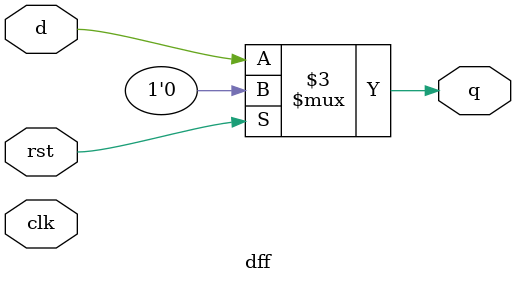
<source format=v>
module dff (clk, rst, d, q);
    input clk, rst, d;
    output q;
    reg q;

    always @(clk or rst or d)
        if(rst)
            q = 1'b0;
        else
            q = d;
endmodule

</source>
